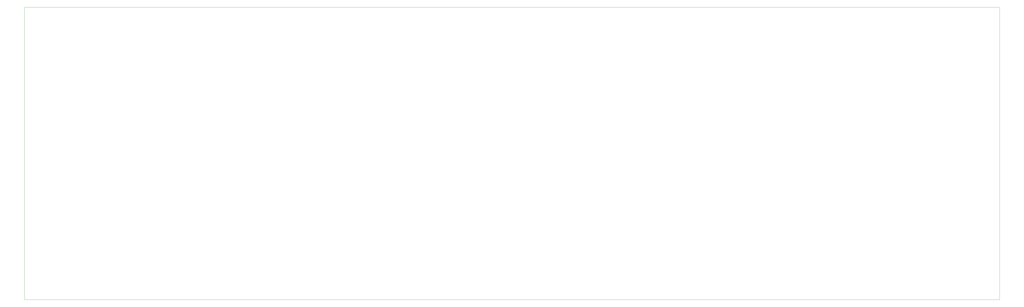
<source format=gbr>
%TF.GenerationSoftware,KiCad,Pcbnew,8.0.5*%
%TF.CreationDate,2025-06-07T17:07:02-07:00*%
%TF.ProjectId,Full Keyboard,46756c6c-204b-4657-9962-6f6172642e6b,2.0.0*%
%TF.SameCoordinates,Original*%
%TF.FileFunction,Profile,NP*%
%FSLAX46Y46*%
G04 Gerber Fmt 4.6, Leading zero omitted, Abs format (unit mm)*
G04 Created by KiCad (PCBNEW 8.0.5) date 2025-06-07 17:07:02*
%MOMM*%
%LPD*%
G01*
G04 APERTURE LIST*
%TA.AperFunction,Profile*%
%ADD10C,0.050000*%
%TD*%
G04 APERTURE END LIST*
D10*
X98619946Y-217660029D02*
X534219946Y-217660029D01*
X534219946Y-348360029D01*
X98619946Y-348360029D01*
X98619946Y-217660029D01*
M02*

</source>
